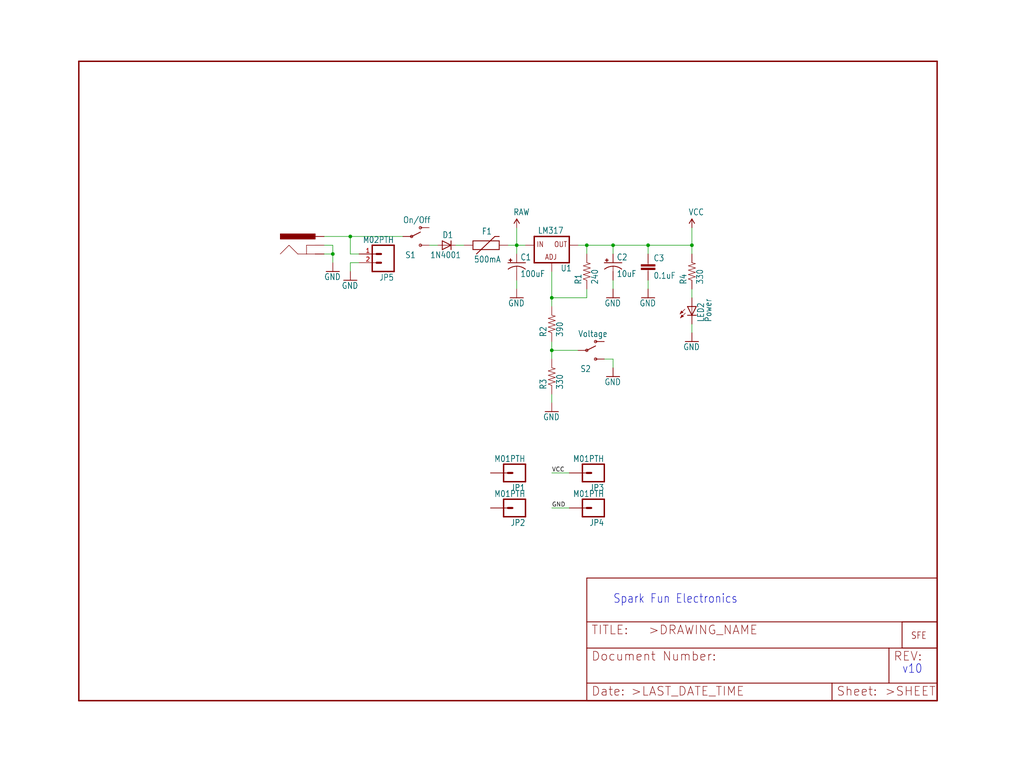
<source format=kicad_sch>
(kicad_sch (version 20211123) (generator eeschema)
  (paper "User" 297.002 223.926)
  (lib_symbols
    (symbol "eagleSchem-eagle-import:CAPPTH2"
      (property "Reference" "C" (at 1.524 2.921 0))
      (property "Value" "CAPPTH2" (at 1.524 -2.159 0))
      (symbol "CAPPTH2_1_0"
        (rectangle (start -2.032 0.508) (end 2.032 1.016) (fill (type outline)))
        (rectangle (start -2.032 1.524) (end 2.032 2.032) (fill (type outline)))
        (polyline (pts (xy 0 0) (xy 0 0.508)) (stroke (width 0.1524)))
        (polyline (pts (xy 0 2.54) (xy 0 2.032)) (stroke (width 0.1524)))
        (pin passive line (at 0 5.08 270) (length 2.54) (name "1") (number "1"))
        (pin passive line (at 0 -2.54 90) (length 2.54) (name "2") (number "2"))
      )
    )
    (symbol "eagleSchem-eagle-import:CAP_POLPTH1"
      (property "Reference" "C" (at 1.016 0.635 0))
      (property "Value" "CAP_POLPTH1" (at 1.016 -4.191 0))
      (symbol "CAP_POLPTH1_1_0"
        (rectangle (start -2.253 0.668) (end -1.364 0.795) (fill (type outline)))
        (rectangle (start -1.872 0.287) (end -1.745 1.176) (fill (type outline)))
        (arc (start 0 -1.0161) (mid -1.3021 -1.2302) (end -2.4669 -1.8504) (stroke (width 0.254)))
        (polyline (pts (xy -2.54 0) (xy 2.54 0)) (stroke (width 0.254)))
        (polyline (pts (xy 0 -1.016) (xy 0 -2.54)) (stroke (width 0.1524)))
        (arc (start 2.4892 -1.8542) (mid 1.3158 -1.2195) (end 0 -1) (stroke (width 0.254)))
        (pin passive line (at 0 2.54 270) (length 2.54) (name "+") (number "1"))
        (pin passive line (at 0 -5.08 90) (length 2.54) (name "-") (number "2"))
      )
    )
    (symbol "eagleSchem-eagle-import:CAP_POLPTH2"
      (property "Reference" "C" (at 1.016 0.635 0))
      (property "Value" "CAP_POLPTH2" (at 1.016 -4.191 0))
      (symbol "CAP_POLPTH2_1_0"
        (rectangle (start -2.253 0.668) (end -1.364 0.795) (fill (type outline)))
        (rectangle (start -1.872 0.287) (end -1.745 1.176) (fill (type outline)))
        (arc (start 0 -1.0161) (mid -1.3021 -1.2302) (end -2.4669 -1.8504) (stroke (width 0.254)))
        (polyline (pts (xy -2.54 0) (xy 2.54 0)) (stroke (width 0.254)))
        (polyline (pts (xy 0 -1.016) (xy 0 -2.54)) (stroke (width 0.1524)))
        (arc (start 2.4892 -1.8542) (mid 1.3158 -1.2195) (end 0 -1) (stroke (width 0.254)))
        (pin passive line (at 0 2.54 270) (length 2.54) (name "+") (number "1"))
        (pin passive line (at 0 -5.08 90) (length 2.54) (name "-") (number "2"))
      )
    )
    (symbol "eagleSchem-eagle-import:DIODEPTH"
      (property "Reference" "D" (at 2.54 0.4826 0))
      (property "Value" "DIODEPTH" (at 2.54 -2.3114 0))
      (symbol "DIODEPTH_1_0"
        (polyline (pts (xy -1.27 -1.27) (xy 1.27 0)) (stroke (width 0.254)))
        (polyline (pts (xy -1.27 1.27) (xy -1.27 -1.27)) (stroke (width 0.254)))
        (polyline (pts (xy 1.27 0) (xy -1.27 1.27)) (stroke (width 0.254)))
        (polyline (pts (xy 1.27 0) (xy 1.27 -1.27)) (stroke (width 0.254)))
        (polyline (pts (xy 1.27 1.27) (xy 1.27 0)) (stroke (width 0.254)))
        (pin passive line (at -2.54 0 0) (length 2.54) (name "A") (number "A"))
        (pin passive line (at 2.54 0 180) (length 2.54) (name "C") (number "C"))
      )
    )
    (symbol "eagleSchem-eagle-import:GND" (power)
      (property "Value" "GND" (at -2.54 -2.54 0))
      (symbol "GND_1_0"
        (polyline (pts (xy -1.905 0) (xy 1.905 0)) (stroke (width 0.254)))
        (pin power_in line (at 0 2.54 270) (length 2.54) (name "GND") (number "1"))
      )
    )
    (symbol "eagleSchem-eagle-import:LED5MM"
      (property "Reference" "LED" (at 3.556 -4.572 90))
      (property "Value" "LED5MM" (at 5.715 -4.572 90))
      (symbol "LED5MM_1_0"
        (polyline (pts (xy -2.032 -0.762) (xy -3.429 -2.159)) (stroke (width 0.1524)))
        (polyline (pts (xy -1.905 -1.905) (xy -3.302 -3.302)) (stroke (width 0.1524)))
        (polyline (pts (xy 0 -2.54) (xy -1.27 -2.54)) (stroke (width 0.254)))
        (polyline (pts (xy 0 -2.54) (xy -1.27 0)) (stroke (width 0.254)))
        (polyline (pts (xy 0 0) (xy -1.27 0)) (stroke (width 0.254)))
        (polyline (pts (xy 0 0) (xy 0 -2.54)) (stroke (width 0.1524)))
        (polyline (pts (xy 1.27 -2.54) (xy 0 -2.54)) (stroke (width 0.254)))
        (polyline (pts (xy 1.27 0) (xy 0 -2.54)) (stroke (width 0.254)))
        (polyline (pts (xy 1.27 0) (xy 0 0)) (stroke (width 0.254)))
        (polyline (pts (xy -3.429 -2.159) (xy -3.048 -1.27) (xy -2.54 -1.778)) (fill (type outline)))
        (polyline (pts (xy -3.302 -3.302) (xy -2.921 -2.413) (xy -2.413 -2.921)) (fill (type outline)))
        (pin passive line (at 0 2.54 270) (length 2.54) (name "A") (number "A"))
        (pin passive line (at 0 -5.08 90) (length 2.54) (name "C") (number "K"))
      )
    )
    (symbol "eagleSchem-eagle-import:LETTER_L"
      (symbol "LETTER_L_1_0"
        (polyline (pts (xy 0 0) (xy 248.92 0)) (stroke (width 0.4064)))
        (polyline (pts (xy 0 185.42) (xy 0 0)) (stroke (width 0.4064)))
        (polyline (pts (xy 0 185.42) (xy 248.92 185.42)) (stroke (width 0.4064)))
        (polyline (pts (xy 248.92 185.42) (xy 248.92 0)) (stroke (width 0.4064)))
      )
      (symbol "LETTER_L_2_0"
        (polyline (pts (xy 0 0) (xy 0 5.08)) (stroke (width 0.254)))
        (polyline (pts (xy 0 0) (xy 71.12 0)) (stroke (width 0.254)))
        (polyline (pts (xy 0 5.08) (xy 0 15.24)) (stroke (width 0.254)))
        (polyline (pts (xy 0 5.08) (xy 71.12 5.08)) (stroke (width 0.254)))
        (polyline (pts (xy 0 15.24) (xy 0 22.86)) (stroke (width 0.254)))
        (polyline (pts (xy 0 22.86) (xy 0 35.56)) (stroke (width 0.254)))
        (polyline (pts (xy 0 22.86) (xy 101.6 22.86)) (stroke (width 0.254)))
        (polyline (pts (xy 71.12 0) (xy 101.6 0)) (stroke (width 0.254)))
        (polyline (pts (xy 71.12 5.08) (xy 71.12 0)) (stroke (width 0.254)))
        (polyline (pts (xy 71.12 5.08) (xy 87.63 5.08)) (stroke (width 0.254)))
        (polyline (pts (xy 87.63 5.08) (xy 101.6 5.08)) (stroke (width 0.254)))
        (polyline (pts (xy 87.63 15.24) (xy 0 15.24)) (stroke (width 0.254)))
        (polyline (pts (xy 87.63 15.24) (xy 87.63 5.08)) (stroke (width 0.254)))
        (polyline (pts (xy 101.6 5.08) (xy 101.6 0)) (stroke (width 0.254)))
        (polyline (pts (xy 101.6 15.24) (xy 87.63 15.24)) (stroke (width 0.254)))
        (polyline (pts (xy 101.6 15.24) (xy 101.6 5.08)) (stroke (width 0.254)))
        (polyline (pts (xy 101.6 22.86) (xy 101.6 15.24)) (stroke (width 0.254)))
        (polyline (pts (xy 101.6 35.56) (xy 0 35.56)) (stroke (width 0.254)))
        (polyline (pts (xy 101.6 35.56) (xy 101.6 22.86)) (stroke (width 0.254)))
        (text ">DRAWING_NAME" (at 17.78 19.05 0) (effects (font (size 2.54 2.54)) (justify left bottom)))
        (text ">LAST_DATE_TIME" (at 12.7 1.27 0) (effects (font (size 2.54 2.54)) (justify left bottom)))
        (text ">SHEET" (at 86.36 1.27 0) (effects (font (size 2.54 2.54)) (justify left bottom)))
        (text "Date:" (at 1.27 1.27 0) (effects (font (size 2.54 2.54)) (justify left bottom)))
        (text "Document Number:" (at 1.27 11.43 0) (effects (font (size 2.54 2.54)) (justify left bottom)))
        (text "REV:" (at 88.9 11.43 0) (effects (font (size 2.54 2.54)) (justify left bottom)))
        (text "Sheet:" (at 72.39 1.27 0) (effects (font (size 2.54 2.54)) (justify left bottom)))
        (text "TITLE:" (at 1.27 19.05 0) (effects (font (size 2.54 2.54)) (justify left bottom)))
      )
    )
    (symbol "eagleSchem-eagle-import:LOGO-SFESK"
      (symbol "LOGO-SFESK_1_0"
        (polyline (pts (xy -2.54 -2.54) (xy 7.62 -2.54)) (stroke (width 0.254)))
        (polyline (pts (xy -2.54 5.08) (xy -2.54 -2.54)) (stroke (width 0.254)))
        (polyline (pts (xy 7.62 -2.54) (xy 7.62 5.08)) (stroke (width 0.254)))
        (polyline (pts (xy 7.62 5.08) (xy -2.54 5.08)) (stroke (width 0.254)))
        (text "SFE" (at 0 0 0) (effects (font (size 1.9304 1.6408)) (justify left bottom)))
      )
    )
    (symbol "eagleSchem-eagle-import:M01PTH"
      (property "Reference" "JP" (at -2.54 3.302 0))
      (property "Value" "M01PTH" (at -2.54 -5.08 0))
      (symbol "M01PTH_1_0"
        (polyline (pts (xy -2.54 2.54) (xy -2.54 -2.54)) (stroke (width 0.4064)))
        (polyline (pts (xy -2.54 2.54) (xy 3.81 2.54)) (stroke (width 0.4064)))
        (polyline (pts (xy 1.27 0) (xy 2.54 0)) (stroke (width 0.6096)))
        (polyline (pts (xy 3.81 -2.54) (xy -2.54 -2.54)) (stroke (width 0.4064)))
        (polyline (pts (xy 3.81 -2.54) (xy 3.81 2.54)) (stroke (width 0.4064)))
        (pin passive line (at 7.62 0 180) (length 5.08) (name "1") (number "1"))
      )
    )
    (symbol "eagleSchem-eagle-import:M02PTH"
      (property "Reference" "JP" (at -2.54 5.842 0))
      (property "Value" "M02PTH" (at -2.54 -5.08 0))
      (symbol "M02PTH_1_0"
        (polyline (pts (xy -2.54 5.08) (xy -2.54 -2.54)) (stroke (width 0.4064)))
        (polyline (pts (xy -2.54 5.08) (xy 3.81 5.08)) (stroke (width 0.4064)))
        (polyline (pts (xy 1.27 0) (xy 2.54 0)) (stroke (width 0.6096)))
        (polyline (pts (xy 1.27 2.54) (xy 2.54 2.54)) (stroke (width 0.6096)))
        (polyline (pts (xy 3.81 -2.54) (xy -2.54 -2.54)) (stroke (width 0.4064)))
        (polyline (pts (xy 3.81 -2.54) (xy 3.81 5.08)) (stroke (width 0.4064)))
        (pin passive line (at 7.62 0 180) (length 5.08) (name "1") (number "1"))
        (pin passive line (at 7.62 2.54 180) (length 5.08) (name "2") (number "2"))
      )
    )
    (symbol "eagleSchem-eagle-import:POWER_JACKPTH"
      (symbol "POWER_JACKPTH_1_0"
        (rectangle (start -10.16 6.858) (end 0 8.382) (fill (type outline)))
        (polyline (pts (xy -10.16 2.54) (xy -7.62 5.08)) (stroke (width 0.1524)))
        (polyline (pts (xy -7.62 5.08) (xy -5.08 2.54)) (stroke (width 0.1524)))
        (polyline (pts (xy -5.08 2.54) (xy -2.54 2.54)) (stroke (width 0.1524)))
        (polyline (pts (xy -2.54 2.54) (xy -2.54 5.08)) (stroke (width 0.1524)))
        (polyline (pts (xy -2.54 2.54) (xy 0 2.54)) (stroke (width 0.1524)))
        (polyline (pts (xy -2.54 5.08) (xy 0 5.08)) (stroke (width 0.1524)))
        (pin bidirectional line (at 2.54 2.54 180) (length 2.54) (name "GND") (number "GND"))
        (pin bidirectional line (at 2.54 5.08 180) (length 2.54) (name "GNDBREAK") (number "GNDBREAK"))
        (pin bidirectional line (at 2.54 7.62 180) (length 2.54) (name "PWR") (number "PWR"))
      )
    )
    (symbol "eagleSchem-eagle-import:PTCPTH"
      (property "Reference" "F" (at -2.54 3.048 0))
      (property "Value" "PTCPTH" (at -3.302 -5.08 0))
      (symbol "PTCPTH_1_0"
        (polyline (pts (xy -2.54 -1.27) (xy -2.54 1.27)) (stroke (width 0.254)))
        (polyline (pts (xy -2.54 1.27) (xy 5.08 1.27)) (stroke (width 0.254)))
        (polyline (pts (xy -1.524 -2.54) (xy 3.81 2.54)) (stroke (width 0.254)))
        (polyline (pts (xy 3.81 2.54) (xy 5.08 2.54)) (stroke (width 0.254)))
        (polyline (pts (xy 5.08 -1.27) (xy -2.54 -1.27)) (stroke (width 0.254)))
        (polyline (pts (xy 5.08 1.27) (xy 5.08 -1.27)) (stroke (width 0.254)))
        (pin bidirectional line (at -5.08 0 0) (length 2.54) (name "1") (number "P$1"))
        (pin bidirectional line (at 7.62 0 180) (length 2.54) (name "2") (number "P$2"))
      )
    )
    (symbol "eagleSchem-eagle-import:RESISTORPTH1"
      (property "Reference" "R" (at -3.81 1.4986 0))
      (property "Value" "RESISTORPTH1" (at -3.81 -3.302 0))
      (symbol "RESISTORPTH1_1_0"
        (polyline (pts (xy -2.54 0) (xy -2.159 1.016)) (stroke (width 0.1524)))
        (polyline (pts (xy -2.159 1.016) (xy -1.524 -1.016)) (stroke (width 0.1524)))
        (polyline (pts (xy -1.524 -1.016) (xy -0.889 1.016)) (stroke (width 0.1524)))
        (polyline (pts (xy -0.889 1.016) (xy -0.254 -1.016)) (stroke (width 0.1524)))
        (polyline (pts (xy -0.254 -1.016) (xy 0.381 1.016)) (stroke (width 0.1524)))
        (polyline (pts (xy 0.381 1.016) (xy 1.016 -1.016)) (stroke (width 0.1524)))
        (polyline (pts (xy 1.016 -1.016) (xy 1.651 1.016)) (stroke (width 0.1524)))
        (polyline (pts (xy 1.651 1.016) (xy 2.286 -1.016)) (stroke (width 0.1524)))
        (polyline (pts (xy 2.286 -1.016) (xy 2.54 0)) (stroke (width 0.1524)))
        (pin passive line (at -5.08 0 0) (length 2.54) (name "1") (number "P$1"))
        (pin passive line (at 5.08 0 180) (length 2.54) (name "2") (number "P$2"))
      )
    )
    (symbol "eagleSchem-eagle-import:SWITCH-SPSTPTH"
      (property "Reference" "S" (at -1.905 -6.35 0))
      (property "Value" "SWITCH-SPSTPTH" (at -2.54 3.81 0))
      (symbol "SWITCH-SPSTPTH_1_0"
        (polyline (pts (xy 0 0) (xy 2.54 1.27)) (stroke (width 0.254)))
        (polyline (pts (xy 2.54 -2.54) (xy 3.175 -2.54)) (stroke (width 0.127)))
        (polyline (pts (xy 2.54 2.54) (xy 3.175 2.54)) (stroke (width 0.1524)))
        (circle (center 0 0) (radius 0.3592) (stroke (width 0.2032)))
        (circle (center 2.54 -2.54) (radius 0.3592) (stroke (width 0.2032)))
        (circle (center 2.54 2.54) (radius 0.3592) (stroke (width 0.2032)))
        (pin passive line (at 5.08 2.54 180) (length 2.54) (name "O") (number "1"))
        (pin passive line (at -2.54 0 0) (length 2.54) (name "P") (number "2"))
        (pin passive line (at 5.08 -2.54 180) (length 2.54) (name "S") (number "3"))
      )
    )
    (symbol "eagleSchem-eagle-import:VCC" (power)
      (property "Value" "VCC" (at -1.016 3.556 0))
      (symbol "VCC_1_0"
        (polyline (pts (xy 0 2.54) (xy -0.762 1.27)) (stroke (width 0.254)))
        (polyline (pts (xy 0.762 1.27) (xy 0 2.54)) (stroke (width 0.254)))
        (pin power_in line (at 0 0 90) (length 2.54) (name "VCC") (number "1"))
      )
    )
    (symbol "eagleSchem-eagle-import:V_REG_317SINK"
      (property "Value" "V_REG_317SINK" (at 2.54 -10.16 0))
      (symbol "V_REG_317SINK_1_0"
        (polyline (pts (xy -5.08 -5.08) (xy 5.08 -5.08)) (stroke (width 0.4064)))
        (polyline (pts (xy -5.08 2.54) (xy -5.08 -5.08)) (stroke (width 0.4064)))
        (polyline (pts (xy 5.08 -5.08) (xy 5.08 2.54)) (stroke (width 0.4064)))
        (polyline (pts (xy 5.08 2.54) (xy -5.08 2.54)) (stroke (width 0.4064)))
        (text "ADJ" (at -2.032 -4.318 0) (effects (font (size 1.524 1.2954)) (justify left bottom)))
        (text "IN" (at -4.445 -0.635 0) (effects (font (size 1.524 1.2954)) (justify left bottom)))
        (text "OUT" (at 0.635 -0.635 0) (effects (font (size 1.524 1.2954)) (justify left bottom)))
        (pin input line (at 0 -7.62 90) (length 2.54) (name "ADJ") (number "ADJ"))
        (pin input line (at -7.62 0 0) (length 2.54) (name "IN") (number "IN"))
        (pin output line (at 7.62 0 180) (length 2.54) (name "OUT") (number "OUT"))
      )
    )
  )
  (junction (at 187.96 71.12))
  (junction (at 149.86 71.12))
  (junction (at 96.52 73.66))
  (junction (at 160.02 101.6))
  (junction (at 200.66 71.12))
  (junction (at 170.18 71.12))
  (junction (at 177.8 71.12))
  (junction (at 101.6 68.58))
  (junction (at 160.02 86.36))
  (wire (pts (xy 200.66 96.52) (xy 200.66 93.98)))
  (wire (pts (xy 96.52 71.12) (xy 96.52 73.66)))
  (wire (pts (xy 149.86 71.12) (xy 149.86 66.04)))
  (wire (pts (xy 101.6 68.58) (xy 116.84 68.58)))
  (wire (pts (xy 93.98 68.58) (xy 101.6 68.58)))
  (wire (pts (xy 160.02 88.9) (xy 160.02 86.36)))
  (wire (pts (xy 170.18 86.36) (xy 160.02 86.36)))
  (wire (pts (xy 187.96 83.82) (xy 187.96 81.28)))
  (wire (pts (xy 93.98 71.12) (xy 96.52 71.12)))
  (wire (pts (xy 104.14 76.2) (xy 101.6 76.2)))
  (wire (pts (xy 175.26 104.14) (xy 177.8 104.14)))
  (wire (pts (xy 149.86 71.12) (xy 152.4 71.12)))
  (wire (pts (xy 177.8 104.14) (xy 177.8 106.68)))
  (wire (pts (xy 165.1 137.16) (xy 160.02 137.16)))
  (wire (pts (xy 167.64 101.6) (xy 160.02 101.6)))
  (wire (pts (xy 167.64 71.12) (xy 170.18 71.12)))
  (wire (pts (xy 177.8 73.66) (xy 177.8 71.12)))
  (wire (pts (xy 170.18 71.12) (xy 177.8 71.12)))
  (wire (pts (xy 160.02 99.06) (xy 160.02 101.6)))
  (wire (pts (xy 147.32 71.12) (xy 149.86 71.12)))
  (wire (pts (xy 160.02 101.6) (xy 160.02 104.14)))
  (wire (pts (xy 200.66 71.12) (xy 200.66 66.04)))
  (wire (pts (xy 124.46 71.12) (xy 127 71.12)))
  (wire (pts (xy 200.66 73.66) (xy 200.66 71.12)))
  (wire (pts (xy 149.86 73.66) (xy 149.86 71.12)))
  (wire (pts (xy 101.6 73.66) (xy 101.6 68.58)))
  (wire (pts (xy 177.8 71.12) (xy 187.96 71.12)))
  (wire (pts (xy 200.66 86.36) (xy 200.66 83.82)))
  (wire (pts (xy 160.02 86.36) (xy 160.02 78.74)))
  (wire (pts (xy 170.18 83.82) (xy 170.18 86.36)))
  (wire (pts (xy 101.6 76.2) (xy 101.6 78.74)))
  (wire (pts (xy 177.8 83.82) (xy 177.8 81.28)))
  (wire (pts (xy 160.02 114.3) (xy 160.02 116.84)))
  (wire (pts (xy 104.14 73.66) (xy 101.6 73.66)))
  (wire (pts (xy 132.08 71.12) (xy 134.62 71.12)))
  (wire (pts (xy 170.18 73.66) (xy 170.18 71.12)))
  (wire (pts (xy 187.96 71.12) (xy 200.66 71.12)))
  (wire (pts (xy 96.52 73.66) (xy 93.98 73.66)))
  (wire (pts (xy 149.86 83.82) (xy 149.86 81.28)))
  (wire (pts (xy 187.96 73.66) (xy 187.96 71.12)))
  (wire (pts (xy 96.52 76.2) (xy 96.52 73.66)))
  (wire (pts (xy 165.1 147.32) (xy 160.02 147.32)))
  (text "v10" (at 261.62 195.58 180) (effects (font (size 2.54 2.159)) (justify left bottom)))
  (text "Spark Fun Electronics" (at 177.8 175.26 180) (effects (font (size 2.54 2.159)) (justify left bottom)))
  (label "VCC" (at 160.02 137.16 0) (effects (font (size 1.2446 1.2446))))
  (label "GND" (at 160.02 147.32 0) (effects (font (size 1.2446 1.2446))))
  (symbol (lib_id "eagleSchem-eagle-import:GND") (at 200.66 99.06 0) (unit 1)
    (property "Reference" "#GND3" (effects hide))
    (property "Value" "GND" (at 198.12 101.6 0) (effects (font (size 1.778 1.5113)) (justify left bottom)))
    (property "Footprint" "eagleSchem:" (effects hide))
  )
  (symbol (lib_id "eagleSchem-eagle-import:GND") (at 149.86 86.36 0) (unit 1)
    (property "Reference" "#GND5" (effects hide))
    (property "Value" "GND" (at 147.32 88.9 0) (effects (font (size 1.778 1.5113)) (justify left bottom)))
    (property "Footprint" "eagleSchem:" (effects hide))
  )
  (symbol (lib_id "eagleSchem-eagle-import:V_REG_317SINK") (at 160.02 71.12 0) (unit 1)
    (property "Reference" "U1" (at 162.56 78.74 0) (effects (font (size 1.778 1.5113)) (justify left bottom)))
    (property "Value" "LM317" (at 155.956 67.818 0) (effects (font (size 1.778 1.5113)) (justify left bottom)))
    (property "Footprint" "eagleSchem:TO220-ADJ" (effects hide))
  )
  (symbol (lib_id "eagleSchem-eagle-import:M02PTH") (at 111.76 73.66 180) (unit 1)
    (property "Reference" "JP5" (at 114.3 79.502 0) (effects (font (size 1.778 1.5113)) (justify left bottom)))
    (property "Value" "M02PTH" (at 114.3 68.58 0) (effects (font (size 1.778 1.5113)) (justify left bottom)))
    (property "Footprint" "eagleSchem:1X02" (effects hide))
  )
  (symbol (lib_id "eagleSchem-eagle-import:DIODEPTH") (at 129.54 71.12 0) (unit 1)
    (property "Reference" "D1" (at 128.27 69.1134 0) (effects (font (size 1.778 1.5113)) (justify left bottom)))
    (property "Value" "1N4001" (at 124.714 74.93 0) (effects (font (size 1.778 1.5113)) (justify left bottom)))
    (property "Footprint" "eagleSchem:DIODE-0.4" (effects hide))
  )
  (symbol (lib_id "eagleSchem-eagle-import:VCC") (at 200.66 66.04 0) (unit 1)
    (property "Reference" "#P+3" (effects hide))
    (property "Value" "VCC" (at 199.644 62.484 0) (effects (font (size 1.778 1.5113)) (justify left bottom)))
    (property "Footprint" "eagleSchem:" (effects hide))
  )
  (symbol (lib_id "eagleSchem-eagle-import:POWER_JACKPTH") (at 91.44 76.2 0) (unit 1)
    (property "Reference" "J1" (effects hide))
    (property "Value" "POWER_JACKPTH" (effects hide))
    (property "Footprint" "eagleSchem:POWER_JACK_PTH" (effects hide))
  )
  (symbol (lib_id "eagleSchem-eagle-import:CAPPTH2") (at 187.96 78.74 0) (unit 1)
    (property "Reference" "C3" (at 189.484 75.819 0) (effects (font (size 1.778 1.5113)) (justify left bottom)))
    (property "Value" "0.1uF" (at 189.484 80.899 0) (effects (font (size 1.778 1.5113)) (justify left bottom)))
    (property "Footprint" "eagleSchem:CAP-PTH-SMALL2" (effects hide))
  )
  (symbol (lib_id "eagleSchem-eagle-import:M01PTH") (at 149.86 147.32 180) (unit 1)
    (property "Reference" "JP2" (at 152.4 150.622 0) (effects (font (size 1.778 1.5113)) (justify left bottom)))
    (property "Value" "M01PTH" (at 152.4 142.24 0) (effects (font (size 1.778 1.5113)) (justify left bottom)))
    (property "Footprint" "eagleSchem:1X01" (effects hide))
  )
  (symbol (lib_id "eagleSchem-eagle-import:SWITCH-SPSTPTH") (at 119.38 68.58 0) (unit 1)
    (property "Reference" "S1" (at 117.475 74.93 0) (effects (font (size 1.778 1.5113)) (justify left bottom)))
    (property "Value" "On/Off" (at 116.84 64.77 0) (effects (font (size 1.778 1.5113)) (justify left bottom)))
    (property "Footprint" "eagleSchem:SWITCH-SPST" (effects hide))
  )
  (symbol (lib_id "eagleSchem-eagle-import:M01PTH") (at 149.86 137.16 180) (unit 1)
    (property "Reference" "JP1" (at 152.4 140.462 0) (effects (font (size 1.778 1.5113)) (justify left bottom)))
    (property "Value" "M01PTH" (at 152.4 132.08 0) (effects (font (size 1.778 1.5113)) (justify left bottom)))
    (property "Footprint" "eagleSchem:1X01" (effects hide))
  )
  (symbol (lib_id "eagleSchem-eagle-import:GND") (at 177.8 86.36 0) (unit 1)
    (property "Reference" "#GND1" (effects hide))
    (property "Value" "GND" (at 175.26 88.9 0) (effects (font (size 1.778 1.5113)) (justify left bottom)))
    (property "Footprint" "eagleSchem:" (effects hide))
  )
  (symbol (lib_id "eagleSchem-eagle-import:RESISTORPTH1") (at 170.18 78.74 90) (unit 1)
    (property "Reference" "R1" (at 168.6814 82.55 0) (effects (font (size 1.778 1.5113)) (justify left bottom)))
    (property "Value" "240" (at 173.482 82.55 0) (effects (font (size 1.778 1.5113)) (justify left bottom)))
    (property "Footprint" "eagleSchem:AXIAL-0.3" (effects hide))
  )
  (symbol (lib_id "eagleSchem-eagle-import:GND") (at 96.52 78.74 0) (unit 1)
    (property "Reference" "#GND6" (effects hide))
    (property "Value" "GND" (at 93.98 81.28 0) (effects (font (size 1.778 1.5113)) (justify left bottom)))
    (property "Footprint" "eagleSchem:" (effects hide))
  )
  (symbol (lib_id "eagleSchem-eagle-import:RESISTORPTH1") (at 200.66 78.74 90) (unit 1)
    (property "Reference" "R4" (at 199.1614 82.55 0) (effects (font (size 1.778 1.5113)) (justify left bottom)))
    (property "Value" "330" (at 203.962 82.55 0) (effects (font (size 1.778 1.5113)) (justify left bottom)))
    (property "Footprint" "eagleSchem:AXIAL-0.3" (effects hide))
  )
  (symbol (lib_id "eagleSchem-eagle-import:RESISTORPTH1") (at 160.02 109.22 90) (unit 1)
    (property "Reference" "R3" (at 158.5214 113.03 0) (effects (font (size 1.778 1.5113)) (justify left bottom)))
    (property "Value" "330" (at 163.322 113.03 0) (effects (font (size 1.778 1.5113)) (justify left bottom)))
    (property "Footprint" "eagleSchem:AXIAL-0.3" (effects hide))
  )
  (symbol (lib_id "eagleSchem-eagle-import:GND") (at 160.02 119.38 0) (unit 1)
    (property "Reference" "#GND4" (effects hide))
    (property "Value" "GND" (at 157.48 121.92 0) (effects (font (size 1.778 1.5113)) (justify left bottom)))
    (property "Footprint" "eagleSchem:" (effects hide))
  )
  (symbol (lib_id "eagleSchem-eagle-import:CAP_POLPTH2") (at 177.8 76.2 0) (unit 1)
    (property "Reference" "C2" (at 178.816 75.565 0) (effects (font (size 1.778 1.5113)) (justify left bottom)))
    (property "Value" "10uF" (at 178.816 80.391 0) (effects (font (size 1.778 1.5113)) (justify left bottom)))
    (property "Footprint" "eagleSchem:CPOL-RADIAL-10UF-25V" (effects hide))
  )
  (symbol (lib_id "eagleSchem-eagle-import:CAP_POLPTH1") (at 149.86 76.2 0) (unit 1)
    (property "Reference" "C1" (at 150.876 75.565 0) (effects (font (size 1.778 1.5113)) (justify left bottom)))
    (property "Value" "100uF" (at 150.876 80.391 0) (effects (font (size 1.778 1.5113)) (justify left bottom)))
    (property "Footprint" "eagleSchem:CPOL-RADIAL-100UF-25V" (effects hide))
  )
  (symbol (lib_id "eagleSchem-eagle-import:M01PTH") (at 172.72 147.32 180) (unit 1)
    (property "Reference" "JP4" (at 175.26 150.622 0) (effects (font (size 1.778 1.5113)) (justify left bottom)))
    (property "Value" "M01PTH" (at 175.26 142.24 0) (effects (font (size 1.778 1.5113)) (justify left bottom)))
    (property "Footprint" "eagleSchem:1X01" (effects hide))
  )
  (symbol (lib_id "eagleSchem-eagle-import:GND") (at 177.8 109.22 0) (unit 1)
    (property "Reference" "#GND8" (effects hide))
    (property "Value" "GND" (at 175.26 111.76 0) (effects (font (size 1.778 1.5113)) (justify left bottom)))
    (property "Footprint" "eagleSchem:" (effects hide))
  )
  (symbol (lib_id "eagleSchem-eagle-import:RESISTORPTH1") (at 160.02 93.98 90) (unit 1)
    (property "Reference" "R2" (at 158.5214 97.79 0) (effects (font (size 1.778 1.5113)) (justify left bottom)))
    (property "Value" "390" (at 163.322 97.79 0) (effects (font (size 1.778 1.5113)) (justify left bottom)))
    (property "Footprint" "eagleSchem:AXIAL-0.3" (effects hide))
  )
  (symbol (lib_id "eagleSchem-eagle-import:LETTER_L") (at 22.86 203.2 0) (unit 1)
    (property "Reference" "#FRAME1" (effects hide))
    (property "Value" "LETTER_L" (effects hide))
    (property "Footprint" "eagleSchem:" (effects hide))
  )
  (symbol (lib_id "eagleSchem-eagle-import:LETTER_L") (at 170.18 203.2 0) (unit 2)
    (property "Reference" "#FRAME1" (effects hide))
    (property "Value" "LETTER_L" (effects hide))
    (property "Footprint" "eagleSchem:" (effects hide))
  )
  (symbol (lib_id "eagleSchem-eagle-import:PTCPTH") (at 139.7 71.12 0) (unit 1)
    (property "Reference" "F1" (at 139.7 68.072 0) (effects (font (size 1.778 1.5113)) (justify left bottom)))
    (property "Value" "500mA" (at 137.414 76.2 0) (effects (font (size 1.778 1.5113)) (justify left bottom)))
    (property "Footprint" "eagleSchem:PTC" (effects hide))
  )
  (symbol (lib_id "eagleSchem-eagle-import:SWITCH-SPSTPTH") (at 170.18 101.6 0) (unit 1)
    (property "Reference" "S2" (at 168.275 107.95 0) (effects (font (size 1.778 1.5113)) (justify left bottom)))
    (property "Value" "Voltage" (at 167.64 97.79 0) (effects (font (size 1.778 1.5113)) (justify left bottom)))
    (property "Footprint" "eagleSchem:SWITCH-SPST" (effects hide))
  )
  (symbol (lib_id "eagleSchem-eagle-import:VCC") (at 149.86 66.04 0) (unit 1)
    (property "Reference" "#RAW0" (effects hide))
    (property "Value" "RAW" (at 148.844 62.484 0) (effects (font (size 1.778 1.5113)) (justify left bottom)))
    (property "Footprint" "eagleSchem:" (effects hide))
  )
  (symbol (lib_id "eagleSchem-eagle-import:M01PTH") (at 172.72 137.16 180) (unit 1)
    (property "Reference" "JP3" (at 175.26 140.462 0) (effects (font (size 1.778 1.5113)) (justify left bottom)))
    (property "Value" "M01PTH" (at 175.26 132.08 0) (effects (font (size 1.778 1.5113)) (justify left bottom)))
    (property "Footprint" "eagleSchem:1X01" (effects hide))
  )
  (symbol (lib_id "eagleSchem-eagle-import:LOGO-SFESK") (at 264.16 185.42 0) (unit 1)
    (property "Reference" "U$1" (effects hide))
    (property "Value" "LOGO-SFESK" (effects hide))
    (property "Footprint" "eagleSchem:SFE-LOGO-FLAME" (effects hide))
  )
  (symbol (lib_id "eagleSchem-eagle-import:LED5MM") (at 200.66 88.9 0) (unit 1)
    (property "Reference" "LED2" (at 204.216 93.472 90) (effects (font (size 1.778 1.5113)) (justify left bottom)))
    (property "Value" "Power" (at 206.375 93.472 90) (effects (font (size 1.778 1.5113)) (justify left bottom)))
    (property "Footprint" "eagleSchem:LED5MM" (effects hide))
  )
  (symbol (lib_id "eagleSchem-eagle-import:GND") (at 101.6 81.28 0) (unit 1)
    (property "Reference" "#GND7" (effects hide))
    (property "Value" "GND" (at 99.06 83.82 0) (effects (font (size 1.778 1.5113)) (justify left bottom)))
    (property "Footprint" "eagleSchem:" (effects hide))
  )
  (symbol (lib_id "eagleSchem-eagle-import:GND") (at 187.96 86.36 0) (unit 1)
    (property "Reference" "#GND2" (effects hide))
    (property "Value" "GND" (at 185.42 88.9 0) (effects (font (size 1.778 1.5113)) (justify left bottom)))
    (property "Footprint" "eagleSchem:" (effects hide))
  )
)
</source>
